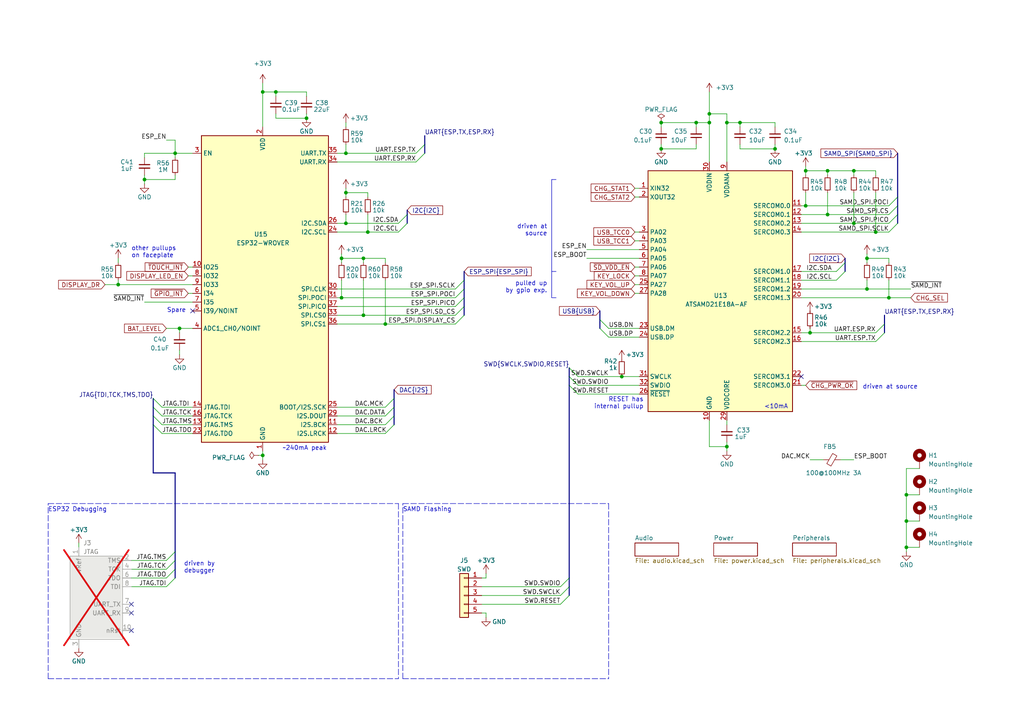
<source format=kicad_sch>
(kicad_sch (version 20230121) (generator eeschema)
  (paper "A4")
  (title_block (title "TANGARA") (date "2023-05-30") (rev "4") (company "made by jacqueline") (comment 1 "SPDX-License-Identifier: CERN-OHL-S-2.0"))
  (lib_symbols
    (symbol "Connector_Generic:Conn_01x05" (pin_names (offset 1.016) hide)
      (property "Reference" "J" (at 0 7.62 0))
      (property "Value" "Conn_01x05" (at 0 -7.62 0))
      (symbol "Conn_01x05_1_1"
        (rectangle (start -1.27 -4.953) (end 0 -5.207) (stroke (width 0.1524)))
        (rectangle (start -1.27 -2.413) (end 0 -2.667) (stroke (width 0.1524)))
        (rectangle (start -1.27 0.127) (end 0 -0.127) (stroke (width 0.1524)))
        (rectangle (start -1.27 2.667) (end 0 2.413) (stroke (width 0.1524)))
        (rectangle (start -1.27 5.207) (end 0 4.953) (stroke (width 0.1524)))
        (rectangle (start -1.27 6.35) (end 1.27 -6.35) (stroke (width 0.254)) (fill (type background)))
        (pin passive line (at -5.08 5.08 0) (length 3.81) (name "Pin_1") (number "1"))
        (pin passive line (at -5.08 2.54 0) (length 3.81) (name "Pin_2") (number "2"))
        (pin passive line (at -5.08 0 0) (length 3.81) (name "Pin_3") (number "3"))
        (pin passive line (at -5.08 -2.54 0) (length 3.81) (name "Pin_4") (number "4"))
        (pin passive line (at -5.08 -5.08 0) (length 3.81) (name "Pin_5") (number "5"))
      )
    )
    (symbol "Device:C_Small" (pin_numbers hide) (pin_names (offset 0.254) hide)
      (property "Reference" "C" (at 0.254 1.778 0))
      (property "Value" "C_Small" (at 0.254 -2.032 0))
      (symbol "C_Small_0_1"
        (polyline (pts (xy -1.524 -0.508) (xy 1.524 -0.508)) (stroke (width 0.3302)))
        (polyline (pts (xy -1.524 0.508) (xy 1.524 0.508)) (stroke (width 0.3048)))
      )
      (symbol "C_Small_1_1"
        (pin passive line (at 0 2.54 270) (length 2.032) (name "~") (number "1"))
        (pin passive line (at 0 -2.54 90) (length 2.032) (name "~") (number "2"))
      )
    )
    (symbol "Device:Ferrite_Bead_Small" (pin_numbers hide) (pin_names (offset 0))
      (property "Reference" "FB" (at 1.905 1.27 0))
      (property "Value" "Device_Ferrite_Bead_Small" (at 1.905 -1.27 0))
      (symbol "Ferrite_Bead_Small_0_1"
        (polyline (pts (xy 0 -1.27) (xy 0 -0.7874)))
        (polyline (pts (xy 0 0.889) (xy 0 1.2954)))
        (polyline (pts (xy -1.8288 0.2794) (xy -1.1176 1.4986) (xy 1.8288 -0.2032) (xy 1.1176 -1.4224) (xy -1.8288 0.2794)))
      )
      (symbol "Ferrite_Bead_Small_1_1"
        (pin passive line (at 0 2.54 270) (length 1.27) (name "~") (number "1"))
        (pin passive line (at 0 -2.54 90) (length 1.27) (name "~") (number "2"))
      )
    )
    (symbol "Device:R_Small" (pin_numbers hide) (pin_names (offset 0.254) hide)
      (property "Reference" "R" (at 0.762 0.508 0))
      (property "Value" "R_Small" (at 0.762 -1.016 0))
      (symbol "R_Small_0_1"
        (rectangle (start -0.762 1.778) (end 0.762 -1.778) (stroke (width 0.2032)))
      )
      (symbol "R_Small_1_1"
        (pin passive line (at 0 2.54 270) (length 0.762) (name "~") (number "1"))
        (pin passive line (at 0 -2.54 90) (length 0.762) (name "~") (number "2"))
      )
    )
    (symbol "Mechanical:MountingHole_Pad" (pin_numbers hide) (pin_names (offset 1.016) hide)
      (property "Reference" "H" (at 0 6.35 0))
      (property "Value" "MountingHole_Pad" (at 0 4.445 0))
      (symbol "MountingHole_Pad_0_1"
        (circle (center 0 1.27) (radius 1.27) (stroke (width 1.27)))
      )
      (symbol "MountingHole_Pad_1_1"
        (pin input line (at 0 -2.54 90) (length 2.54) (name "1") (number "1"))
      )
    )
    (symbol "power:+3V3" (power) (pin_names (offset 0))
      (property "Value" "+3V3" (at 0 3.556 0))
      (symbol "+3V3_0_1"
        (polyline (pts (xy -0.762 1.27) (xy 0 2.54)))
        (polyline (pts (xy 0 0) (xy 0 2.54)))
        (polyline (pts (xy 0 2.54) (xy 0.762 1.27)))
      )
      (symbol "+3V3_1_1"
        (pin power_in line (at 0 0 90) (length 0) hide (name "+3V3") (number "1"))
      )
    )
    (symbol "power:GND" (power) (pin_names (offset 0))
      (property "Value" "GND" (at 0 -3.81 0))
      (symbol "GND_0_1"
        (polyline (pts (xy 0 0) (xy 0 -1.27) (xy 1.27 -1.27) (xy 0 -2.54) (xy -1.27 -1.27) (xy 0 -1.27)))
      )
      (symbol "GND_1_1"
        (pin power_in line (at 0 0 270) (length 0) hide (name "GND") (number "1"))
      )
    )
    (symbol "power:PWR_FLAG" (power) (pin_numbers hide) (pin_names (offset 0) hide)
      (property "Value" "PWR_FLAG" (at 0 3.81 0))
      (symbol "PWR_FLAG_0_0"
        (pin power_out line (at 0 0 90) (length 0) (name "pwr") (number "1"))
      )
      (symbol "PWR_FLAG_0_1"
        (polyline (pts (xy 0 0) (xy 0 1.27) (xy -1.016 1.905) (xy 0 2.54) (xy 1.016 1.905) (xy 0 1.27)))
      )
    )
    (symbol "symbols:ATSAMD21E15A-A"
      (property "Reference" "U" (at 0 15.24 0))
      (property "Value" "ATSAMD21E15A-A" (at 0 10.16 0))
      (symbol "ATSAMD21E15A-A_1_1"
        (rectangle (start -20.32 45.72) (end 21.59 -24.13) (stroke (width 0.254)) (fill (type background)))
        (pin bidirectional line (at -22.86 40.64 0) (length 2.54) (name "XIN32") (number "1"))
        (pin power_in line (at -2.54 -26.67 90) (length 2.54) (name "GND") (number "10"))
        (pin bidirectional line (at 24.13 35.56 180) (length 2.54) (name "SERCOM0.0") (number "11"))
        (pin bidirectional line (at 24.13 33.02 180) (length 2.54) (name "SERCOM0.1") (number "12"))
        (pin bidirectional line (at 24.13 30.48 180) (length 2.54) (name "SERCOM0.2") (number "13"))
        (pin bidirectional line (at 24.13 27.94 180) (length 2.54) (name "SERCOM0.3") (number "14"))
        (pin bidirectional line (at 24.13 -1.27 180) (length 2.54) (name "SERCOM2.2") (number "15"))
        (pin bidirectional line (at 24.13 -3.81 180) (length 2.54) (name "SERCOM2.3") (number "16"))
        (pin bidirectional line (at 24.13 16.51 180) (length 2.54) (name "SERCOM1.0") (number "17"))
        (pin bidirectional line (at 24.13 13.97 180) (length 2.54) (name "SERCOM1.1") (number "18"))
        (pin bidirectional line (at 24.13 11.43 180) (length 2.54) (name "SERCOM1.2") (number "19"))
        (pin bidirectional line (at -22.86 38.1 0) (length 2.54) (name "XOUT32") (number "2"))
        (pin bidirectional line (at 24.13 8.89 180) (length 2.54) (name "SERCOM1.3") (number "20"))
        (pin bidirectional line (at 24.13 -16.51 180) (length 2.54) (name "SERCOM3.0") (number "21"))
        (pin bidirectional line (at 24.13 -13.97 180) (length 2.54) (name "SERCOM3.1") (number "22"))
        (pin bidirectional line (at -22.86 0 0) (length 2.54) (name "USB.DM") (number "23"))
        (pin bidirectional line (at -22.86 -2.54 0) (length 2.54) (name "USB.DP") (number "24"))
        (pin bidirectional line (at -22.86 12.7 0) (length 2.54) (name "PA27") (number "25"))
        (pin input line (at -22.86 -19.05 0) (length 2.54) (name "~{RESET}") (number "26"))
        (pin bidirectional line (at -22.86 10.16 0) (length 2.54) (name "PA28") (number "27"))
        (pin power_in line (at -2.54 -26.67 90) (length 2.54) hide (name "GND") (number "28"))
        (pin power_out line (at 2.54 -26.67 90) (length 2.54) (name "VDDCORE") (number "29"))
        (pin bidirectional line (at -22.86 27.94 0) (length 2.54) (name "PA02") (number "3"))
        (pin power_in line (at -2.54 48.26 270) (length 2.54) (name "VDDIN") (number "30"))
        (pin bidirectional line (at -22.86 -13.97 0) (length 2.54) (name "SWCLK") (number "31"))
        (pin bidirectional line (at -22.86 -16.51 0) (length 2.54) (name "SWDIO") (number "32"))
        (pin bidirectional line (at -22.86 25.4 0) (length 2.54) (name "PA03") (number "4"))
        (pin bidirectional line (at -22.86 22.86 0) (length 2.54) (name "PA04") (number "5"))
        (pin bidirectional line (at -22.86 20.32 0) (length 2.54) (name "PA05") (number "6"))
        (pin bidirectional line (at -22.86 17.78 0) (length 2.54) (name "PA06") (number "7"))
        (pin bidirectional line (at -22.86 15.24 0) (length 2.54) (name "PA07") (number "8"))
        (pin power_in line (at 2.54 48.26 270) (length 2.54) (name "VDDANA") (number "9"))
      )
    )
    (symbol "symbols:BMDU"
      (property "Reference" "U" (at -5.08 6.35 0))
      (property "Value" "BMDU" (at -5.08 6.35 0))
      (symbol "BMDU_0_0"
        (pin power_in line (at -5.08 20.32 270) (length 2.54) (name "vRef") (number "1"))
        (pin output line (at 10.16 -3.81 180) (length 2.54) (name "nRst") (number "10"))
        (pin output line (at 10.16 16.51 180) (length 2.54) (name "TMS") (number "2"))
        (pin power_in line (at -5.08 -8.89 90) (length 2.54) (name "GND") (number "3"))
        (pin output line (at 10.16 13.97 180) (length 2.54) (name "TCK") (number "4"))
        (pin power_in line (at -5.08 -8.89 90) (length 2.54) hide (name "GND") (number "5"))
        (pin output line (at 10.16 11.43 180) (length 2.54) (name "TDO") (number "6"))
        (pin output line (at 10.16 3.81 180) (length 2.54) (name "UART_TX") (number "7"))
        (pin input line (at 10.16 8.89 180) (length 2.54) (name "TDI") (number "8"))
        (pin input line (at 10.16 1.27 180) (length 2.54) (name "UART_RX") (number "9"))
      )
      (symbol "BMDU_0_1"
        (rectangle (start -7.62 17.78) (end 7.62 -6.35) (fill (type background)))
      )
    )
    (symbol "symbols:ESP32-WROOM"
      (property "Reference" "U" (at -17.78 34.29 0))
      (property "Value" "ESP32-WROOM" (at -3.81 34.29 0))
      (symbol "ESP32-WROOM_0_1"
        (rectangle (start -17.78 33.02) (end 19.05 -55.88) (stroke (width 0.254)) (fill (type background)))
      )
      (symbol "ESP32-WROOM_1_1"
        (pin power_in line (at 0 -58.42 90) (length 2.54) (name "GND") (number "1"))
        (pin bidirectional line (at -20.32 -5.08 0) (length 2.54) (name "IO25") (number "10"))
        (pin bidirectional line (at 21.59 -50.8 180) (length 2.54) (name "I2S.BCK") (number "11"))
        (pin bidirectional line (at 21.59 -53.34 180) (length 2.54) (name "I2S.LRCK") (number "12"))
        (pin bidirectional line (at -20.32 -50.8 0) (length 2.54) (name "JTAG.TMS") (number "13"))
        (pin bidirectional line (at -20.32 -45.72 0) (length 2.54) (name "JTAG.TDI") (number "14"))
        (pin power_in line (at 0 -58.42 90) (length 2.54) hide (name "GND") (number "15"))
        (pin bidirectional line (at -20.32 -48.26 0) (length 2.54) (name "JTAG.TCK") (number "16"))
        (pin no_connect line (at -17.78 16.51 0) (length 2.54) hide (name "SHD/SD2") (number "17"))
        (pin no_connect line (at -17.78 13.97 0) (length 2.54) hide (name "SWP/SD3") (number "18"))
        (pin no_connect line (at -17.78 8.89 0) (length 2.54) hide (name "SCS/CMD") (number "19"))
        (pin power_in line (at 0 35.56 270) (length 2.54) (name "VDD") (number "2"))
        (pin no_connect line (at -17.78 11.43 0) (length 2.54) hide (name "SCK/CLK") (number "20"))
        (pin no_connect line (at -17.78 21.59 0) (length 2.54) hide (name "SDO/SD0") (number "21"))
        (pin no_connect line (at -17.78 19.05 0) (length 2.54) hide (name "SDI/SD1") (number "22"))
        (pin bidirectional line (at -20.32 -53.34 0) (length 2.54) (name "JTAG.TDO") (number "23"))
        (pin bidirectional line (at 21.59 5.08 180) (length 2.54) (name "I2C.SCL") (number "24"))
        (pin bidirectional line (at 21.59 -45.72 180) (length 2.54) (name "BOOT/I2S.SCK") (number "25"))
        (pin bidirectional line (at 21.59 7.62 180) (length 2.54) (name "I2C.SDA") (number "26"))
        (pin no_connect line (at -17.78 6.35 0) (length 2.54) hide (name "IO16") (number "27"))
        (pin no_connect line (at -17.78 3.81 0) (length 2.54) hide (name "IO17") (number "28"))
        (pin bidirectional line (at 21.59 -48.26 180) (length 2.54) (name "I2S.DOUT") (number "29"))
        (pin input line (at -20.32 27.94 0) (length 2.54) (name "EN") (number "3"))
        (pin bidirectional line (at 21.59 -11.43 180) (length 2.54) (name "SPI.CLK") (number "30"))
        (pin bidirectional line (at 21.59 -13.97 180) (length 2.54) (name "SPI.POCI") (number "31"))
        (pin no_connect line (at -17.78 1.27 0) (length 2.54) hide (name "NC") (number "32"))
        (pin bidirectional line (at 21.59 -19.05 180) (length 2.54) (name "SPI.CS0") (number "33"))
        (pin bidirectional line (at 21.59 25.4 180) (length 2.54) (name "UART.RX") (number "34"))
        (pin bidirectional line (at 21.59 27.94 180) (length 2.54) (name "UART.TX") (number "35"))
        (pin bidirectional line (at 21.59 -21.59 180) (length 2.54) (name "SPI.CS1") (number "36"))
        (pin bidirectional line (at 21.59 -16.51 180) (length 2.54) (name "SPI.PICO") (number "37"))
        (pin power_in line (at 0 -58.42 90) (length 2.54) hide (name "GND") (number "38"))
        (pin power_in line (at 0 -58.42 90) (length 2.54) hide (name "GND") (number "39"))
        (pin input line (at -20.32 -22.86 0) (length 2.54) (name "ADC1_CH0/NOINT") (number "4"))
        (pin input line (at -20.32 -17.78 0) (length 2.54) (name "I39/NOINT") (number "5"))
        (pin input line (at -20.32 -12.7 0) (length 2.54) (name "I34") (number "6"))
        (pin input line (at -20.32 -15.24 0) (length 2.54) (name "I35") (number "7"))
        (pin bidirectional line (at -20.32 -7.62 0) (length 2.54) (name "IO32") (number "8"))
        (pin bidirectional line (at -20.32 -10.16 0) (length 2.54) (name "IO33") (number "9"))
      )
    )
  )
  (bus_alias "ESP_SPI" (members "SCLK" "POCI" "PICO" "SD_CS" "DISPLAY_CS"))
  (bus_alias "USB" (members "DN" "DP"))
  (bus_alias "I2C" (members "SDA" "SCL"))
  (bus_alias "SAMD_SPI" (members "SCLK" "POCI" "PICO" "CS"))
  (bus_alias "I2S" (members "MCK" "BCK" "LRCK" "DATA"))
  (junction (at 247.65 64.77))
  (junction (at 88.9 34.29))
  (junction (at 251.46 83.82))
  (junction (at 233.68 59.69))
  (junction (at 247.65 49.53))
  (junction (at 254 67.31))
  (junction (at 191.77 35.56))
  (junction (at 100.33 44.45))
  (junction (at 100.33 55.88))
  (junction (at 205.74 33.02))
  (junction (at 99.06 86.36))
  (junction (at 111.76 93.98))
  (junction (at 233.68 49.53))
  (junction (at 34.29 82.55))
  (junction (at 210.82 35.56))
  (junction (at 105.41 91.44))
  (junction (at 100.33 64.77))
  (junction (at 224.79 43.18))
  (junction (at 106.68 67.31))
  (junction (at 105.41 74.93))
  (junction (at 52.07 95.25))
  (junction (at 180.34 109.22))
  (junction (at 41.91 52.07))
  (junction (at 240.03 62.23))
  (junction (at 201.93 35.56))
  (junction (at 80.01 26.67))
  (junction (at 50.8 44.45))
  (junction (at 262.89 143.51))
  (junction (at 214.63 35.56))
  (junction (at 205.74 35.56))
  (junction (at 251.46 74.93))
  (junction (at 240.03 49.53))
  (junction (at 191.77 43.18))
  (junction (at 234.95 96.52))
  (junction (at 76.2 26.67))
  (junction (at 262.89 158.75))
  (junction (at 257.81 86.36))
  (junction (at 76.2 132.08))
  (junction (at 262.89 151.13))
  (junction (at 99.06 74.93))
  (junction (at 210.82 129.54))
  (no_connect (at 55.88 90.17))
  (no_connect (at 38.1 182.88))
  (no_connect (at 232.41 109.22))
  (no_connect (at 38.1 175.26))
  (no_connect (at 38.1 177.8))
  (bus_entry (at 114.3 115.57) (size -2.54 2.54))
  (bus_entry (at 165.1 106.68) (size 2.54 2.54))
  (bus_entry (at 165.1 109.22) (size 2.54 2.54))
  (bus_entry (at 165.1 111.76) (size 2.54 2.54))
  (bus_entry (at 44.45 123.19) (size 2.54 2.54))
  (bus_entry (at 44.45 115.57) (size 2.54 2.54))
  (bus_entry (at 44.45 118.11) (size 2.54 2.54))
  (bus_entry (at 44.45 120.65) (size 2.54 2.54))
  (bus_entry (at 257.81 64.77) (size 2.54 -2.54))
  (bus_entry (at 257.81 62.23) (size 2.54 -2.54))
  (bus_entry (at 257.81 59.69) (size 2.54 -2.54))
  (bus_entry (at 162.56 170.18) (size 2.54 -2.54))
  (bus_entry (at 132.08 86.36) (size 2.54 -2.54))
  (bus_entry (at 132.08 83.82) (size 2.54 -2.54))
  (bus_entry (at 132.08 88.9) (size 2.54 -2.54))
  (bus_entry (at 132.08 93.98) (size 2.54 -2.54))
  (bus_entry (at 132.08 91.44) (size 2.54 -2.54))
  (bus_entry (at 120.65 46.99) (size 2.54 -2.54))
  (bus_entry (at 120.65 44.45) (size 2.54 -2.54))
  (bus_entry (at 48.26 165.1) (size 2.54 -2.54))
  (bus_entry (at 48.26 167.64) (size 2.54 -2.54))
  (bus_entry (at 48.26 162.56) (size 2.54 -2.54))
  (bus_entry (at 48.26 170.18) (size 2.54 -2.54))
  (bus_entry (at 162.56 175.26) (size 2.54 -2.54))
  (bus_entry (at 242.57 78.74) (size 2.54 -2.54))
  (bus_entry (at 257.81 67.31) (size 2.54 -2.54))
  (bus_entry (at 111.76 120.65) (size 2.54 -2.54))
  (bus_entry (at 111.76 125.73) (size 2.54 -2.54))
  (bus_entry (at 111.76 123.19) (size 2.54 -2.54))
  (bus_entry (at 242.57 81.28) (size 2.54 -2.54))
  (bus_entry (at 115.57 64.77) (size 2.54 -2.54))
  (bus_entry (at 115.57 67.31) (size 2.54 -2.54))
  (bus_entry (at 254 96.52) (size 2.54 -2.54))
  (bus_entry (at 254 99.06) (size 2.54 -2.54))
  (bus_entry (at 162.56 172.72) (size 2.54 -2.54))
  (bus_entry (at 173.99 95.25) (size 2.54 2.54))
  (bus_entry (at 173.99 92.71) (size 2.54 2.54))
  (bus (pts (xy 44.45 115.57) (xy 44.45 118.11)))
  (wire (pts (xy 257.81 81.28) (xy 257.81 86.36)))
  (wire (pts (xy 205.74 129.54) (xy 210.82 129.54)))
  (wire (pts (xy 232.41 81.28) (xy 242.57 81.28)))
  (bus (pts (xy 260.35 62.23) (xy 260.35 64.77)))
  (wire (pts (xy 99.06 81.28) (xy 99.06 86.36)))
  (wire (pts (xy 251.46 74.93) (xy 257.81 74.93)))
  (wire (pts (xy 50.8 50.8) (xy 50.8 52.07)))
  (wire (pts (xy 257.81 62.23) (xy 240.03 62.23)))
  (wire (pts (xy 214.63 43.18) (xy 214.63 41.91)))
  (wire (pts (xy 262.89 143.51) (xy 262.89 151.13)))
  (bus (pts (xy 114.3 115.57) (xy 114.3 118.11)))
  (wire (pts (xy 184.15 85.09) (xy 185.42 85.09)))
  (wire (pts (xy 105.41 74.93) (xy 111.76 74.93)))
  (polyline (pts (xy 161.29 52.07) (xy 160.02 52.07)))
  (wire (pts (xy 48.26 95.25) (xy 52.07 95.25)))
  (wire (pts (xy 247.65 49.53) (xy 254 49.53)))
  (polyline (pts (xy 160.02 52.07) (xy 160.02 78.74)))
  (wire (pts (xy 111.76 74.93) (xy 111.76 76.2)))
  (wire (pts (xy 180.34 109.22) (xy 185.42 109.22)))
  (wire (pts (xy 30.48 82.55) (xy 34.29 82.55)))
  (polyline (pts (xy 176.53 146.05) (xy 176.53 196.85)) (stroke (width 0) (type dash)))
  (wire (pts (xy 99.06 86.36) (xy 132.08 86.36)))
  (wire (pts (xy 176.53 97.79) (xy 185.42 97.79)))
  (bus (pts (xy 50.8 160.02) (xy 50.8 162.56)))
  (wire (pts (xy 234.95 95.25) (xy 234.95 96.52)))
  (wire (pts (xy 224.79 35.56) (xy 224.79 36.83)))
  (wire (pts (xy 139.7 172.72) (xy 162.56 172.72)))
  (wire (pts (xy 97.79 83.82) (xy 132.08 83.82)))
  (wire (pts (xy 74.93 132.08) (xy 76.2 132.08)))
  (wire (pts (xy 266.7 135.89) (xy 262.89 135.89)))
  (wire (pts (xy 167.64 109.22) (xy 180.34 109.22)))
  (wire (pts (xy 76.2 26.67) (xy 80.01 26.67)))
  (wire (pts (xy 52.07 96.52) (xy 52.07 95.25)))
  (bus (pts (xy 173.99 90.17) (xy 173.99 92.71)))
  (wire (pts (xy 41.91 52.07) (xy 50.8 52.07)))
  (wire (pts (xy 140.97 166.37) (xy 140.97 167.64)))
  (bus (pts (xy 114.3 118.11) (xy 114.3 120.65)))
  (bus (pts (xy 165.1 106.68) (xy 165.1 109.22)))
  (bus (pts (xy 123.19 41.91) (xy 123.19 44.45)))
  (wire (pts (xy 232.41 86.36) (xy 257.81 86.36)))
  (wire (pts (xy 201.93 35.56) (xy 191.77 35.56)))
  (wire (pts (xy 184.15 67.31) (xy 185.42 67.31)))
  (wire (pts (xy 41.91 50.8) (xy 41.91 52.07)))
  (wire (pts (xy 184.15 57.15) (xy 185.42 57.15)))
  (wire (pts (xy 251.46 74.93) (xy 251.46 76.2)))
  (polyline (pts (xy 116.84 146.05) (xy 176.53 146.05)) (stroke (width 0) (type dash)))
  (wire (pts (xy 48.26 40.64) (xy 50.8 40.64)))
  (wire (pts (xy 234.95 133.35) (xy 238.76 133.35)))
  (wire (pts (xy 176.53 95.25) (xy 185.42 95.25)))
  (wire (pts (xy 76.2 26.67) (xy 76.2 36.83)))
  (wire (pts (xy 205.74 33.02) (xy 205.74 35.56)))
  (wire (pts (xy 105.41 81.28) (xy 105.41 91.44)))
  (wire (pts (xy 184.15 54.61) (xy 185.42 54.61)))
  (wire (pts (xy 140.97 179.07) (xy 140.97 177.8)))
  (wire (pts (xy 247.65 55.88) (xy 247.65 64.77)))
  (wire (pts (xy 240.03 50.8) (xy 240.03 49.53)))
  (wire (pts (xy 184.15 77.47) (xy 185.42 77.47)))
  (wire (pts (xy 184.15 80.01) (xy 185.42 80.01)))
  (wire (pts (xy 262.89 158.75) (xy 262.89 160.02)))
  (wire (pts (xy 210.82 35.56) (xy 210.82 46.99)))
  (wire (pts (xy 257.81 86.36) (xy 264.16 86.36)))
  (wire (pts (xy 46.99 120.65) (xy 55.88 120.65)))
  (wire (pts (xy 232.41 83.82) (xy 251.46 83.82)))
  (bus (pts (xy 245.11 76.2) (xy 245.11 78.74)))
  (wire (pts (xy 233.68 55.88) (xy 233.68 59.69)))
  (wire (pts (xy 232.41 78.74) (xy 242.57 78.74)))
  (polyline (pts (xy 160.02 78.74) (xy 160.02 86.36)))
  (wire (pts (xy 257.81 59.69) (xy 233.68 59.69)))
  (wire (pts (xy 243.84 133.35) (xy 247.65 133.35)))
  (wire (pts (xy 22.86 157.48) (xy 22.86 158.75)))
  (wire (pts (xy 80.01 26.67) (xy 88.9 26.67)))
  (wire (pts (xy 139.7 175.26) (xy 162.56 175.26)))
  (wire (pts (xy 76.2 24.13) (xy 76.2 26.67)))
  (bus (pts (xy 165.1 109.22) (xy 165.1 111.76)))
  (bus (pts (xy 165.1 170.18) (xy 165.1 172.72)))
  (wire (pts (xy 46.99 118.11) (xy 55.88 118.11)))
  (wire (pts (xy 34.29 74.93) (xy 34.29 76.2)))
  (polyline (pts (xy 13.97 196.85) (xy 13.97 146.05)) (stroke (width 0) (type dash)))
  (wire (pts (xy 99.06 74.93) (xy 105.41 74.93)))
  (polyline (pts (xy 160.02 78.74) (xy 161.29 78.74)))
  (wire (pts (xy 46.99 123.19) (xy 55.88 123.19)))
  (wire (pts (xy 201.93 35.56) (xy 201.93 36.83)))
  (wire (pts (xy 80.01 33.02) (xy 80.01 34.29)))
  (wire (pts (xy 247.65 64.77) (xy 257.81 64.77)))
  (wire (pts (xy 80.01 34.29) (xy 88.9 34.29)))
  (wire (pts (xy 184.15 82.55) (xy 185.42 82.55)))
  (wire (pts (xy 247.65 50.8) (xy 247.65 49.53)))
  (wire (pts (xy 88.9 26.67) (xy 88.9 27.94)))
  (wire (pts (xy 191.77 35.56) (xy 191.77 36.83)))
  (bus (pts (xy 134.62 88.9) (xy 134.62 86.36)))
  (wire (pts (xy 97.79 67.31) (xy 106.68 67.31)))
  (wire (pts (xy 97.79 125.73) (xy 111.76 125.73)))
  (wire (pts (xy 232.41 96.52) (xy 234.95 96.52)))
  (wire (pts (xy 100.33 62.23) (xy 100.33 64.77)))
  (wire (pts (xy 214.63 43.18) (xy 224.79 43.18)))
  (bus (pts (xy 114.3 120.65) (xy 114.3 123.19)))
  (wire (pts (xy 167.64 111.76) (xy 185.42 111.76)))
  (bus (pts (xy 165.1 111.76) (xy 165.1 167.64)))
  (polyline (pts (xy 160.02 86.36) (xy 161.29 86.36)))
  (wire (pts (xy 170.18 72.39) (xy 185.42 72.39)))
  (wire (pts (xy 38.1 165.1) (xy 48.26 165.1)))
  (bus (pts (xy 44.45 120.65) (xy 44.45 123.19)))
  (wire (pts (xy 46.99 125.73) (xy 55.88 125.73)))
  (wire (pts (xy 100.33 41.91) (xy 100.33 44.45)))
  (wire (pts (xy 111.76 81.28) (xy 111.76 93.98)))
  (wire (pts (xy 254 55.88) (xy 254 67.31)))
  (wire (pts (xy 254 49.53) (xy 254 50.8)))
  (wire (pts (xy 97.79 64.77) (xy 100.33 64.77)))
  (wire (pts (xy 210.82 33.02) (xy 210.82 35.56)))
  (wire (pts (xy 97.79 88.9) (xy 132.08 88.9)))
  (bus (pts (xy 173.99 92.71) (xy 173.99 95.25)))
  (wire (pts (xy 233.68 48.26) (xy 233.68 49.53)))
  (polyline (pts (xy 116.84 196.85) (xy 116.84 146.05)) (stroke (width 0) (type dash)))
  (wire (pts (xy 167.64 114.3) (xy 185.42 114.3)))
  (wire (pts (xy 38.1 167.64) (xy 48.26 167.64)))
  (wire (pts (xy 99.06 74.93) (xy 99.06 76.2)))
  (wire (pts (xy 210.82 128.27) (xy 210.82 129.54)))
  (wire (pts (xy 38.1 170.18) (xy 48.26 170.18)))
  (wire (pts (xy 233.68 59.69) (xy 232.41 59.69)))
  (wire (pts (xy 262.89 135.89) (xy 262.89 143.51)))
  (bus (pts (xy 44.45 137.16) (xy 50.8 137.16)))
  (wire (pts (xy 232.41 62.23) (xy 240.03 62.23)))
  (wire (pts (xy 100.33 35.56) (xy 100.33 36.83)))
  (polyline (pts (xy 116.84 196.85) (xy 176.53 196.85)) (stroke (width 0) (type dash)))
  (wire (pts (xy 139.7 170.18) (xy 162.56 170.18)))
  (wire (pts (xy 54.61 77.47) (xy 55.88 77.47)))
  (wire (pts (xy 105.41 91.44) (xy 132.08 91.44)))
  (wire (pts (xy 232.41 67.31) (xy 254 67.31)))
  (wire (pts (xy 97.79 44.45) (xy 100.33 44.45)))
  (wire (pts (xy 100.33 64.77) (xy 115.57 64.77)))
  (wire (pts (xy 224.79 41.91) (xy 224.79 43.18)))
  (wire (pts (xy 205.74 33.02) (xy 210.82 33.02)))
  (wire (pts (xy 251.46 73.66) (xy 251.46 74.93)))
  (wire (pts (xy 240.03 55.88) (xy 240.03 62.23)))
  (wire (pts (xy 76.2 132.08) (xy 76.2 130.81)))
  (wire (pts (xy 205.74 26.67) (xy 205.74 33.02)))
  (wire (pts (xy 76.2 133.35) (xy 76.2 132.08)))
  (wire (pts (xy 38.1 162.56) (xy 48.26 162.56)))
  (wire (pts (xy 232.41 64.77) (xy 247.65 64.77)))
  (wire (pts (xy 232.41 99.06) (xy 254 99.06)))
  (bus (pts (xy 134.62 78.74) (xy 134.62 81.28)))
  (wire (pts (xy 41.91 52.07) (xy 41.91 53.34)))
  (wire (pts (xy 191.77 41.91) (xy 191.77 43.18)))
  (bus (pts (xy 134.62 91.44) (xy 134.62 88.9)))
  (wire (pts (xy 262.89 151.13) (xy 262.89 158.75)))
  (bus (pts (xy 134.62 86.36) (xy 134.62 83.82)))
  (wire (pts (xy 240.03 49.53) (xy 247.65 49.53)))
  (bus (pts (xy 118.11 62.23) (xy 118.11 64.77)))
  (wire (pts (xy 41.91 44.45) (xy 50.8 44.45)))
  (bus (pts (xy 123.19 39.37) (xy 123.19 41.91)))
  (wire (pts (xy 233.68 50.8) (xy 233.68 49.53)))
  (wire (pts (xy 34.29 81.28) (xy 34.29 82.55)))
  (wire (pts (xy 105.41 74.93) (xy 105.41 76.2)))
  (wire (pts (xy 100.33 44.45) (xy 120.65 44.45)))
  (wire (pts (xy 251.46 83.82) (xy 264.16 83.82)))
  (wire (pts (xy 100.33 57.15) (xy 100.33 55.88)))
  (wire (pts (xy 205.74 121.92) (xy 205.74 129.54)))
  (wire (pts (xy 111.76 93.98) (xy 132.08 93.98)))
  (wire (pts (xy 170.18 74.93) (xy 185.42 74.93)))
  (wire (pts (xy 41.91 45.72) (xy 41.91 44.45)))
  (polyline (pts (xy 13.97 146.05) (xy 115.57 146.05)) (stroke (width 0) (type dash)))
  (wire (pts (xy 34.29 82.55) (xy 55.88 82.55)))
  (wire (pts (xy 97.79 118.11) (xy 111.76 118.11)))
  (bus (pts (xy 134.62 83.82) (xy 134.62 81.28)))
  (wire (pts (xy 97.79 120.65) (xy 111.76 120.65)))
  (wire (pts (xy 106.68 62.23) (xy 106.68 67.31)))
  (wire (pts (xy 54.61 80.01) (xy 55.88 80.01)))
  (wire (pts (xy 205.74 35.56) (xy 205.74 46.99)))
  (wire (pts (xy 210.82 35.56) (xy 214.63 35.56)))
  (bus (pts (xy 256.54 93.98) (xy 256.54 96.52)))
  (bus (pts (xy 50.8 137.16) (xy 50.8 160.02)))
  (wire (pts (xy 97.79 93.98) (xy 111.76 93.98)))
  (bus (pts (xy 50.8 162.56) (xy 50.8 165.1)))
  (wire (pts (xy 262.89 151.13) (xy 266.7 151.13)))
  (wire (pts (xy 100.33 54.61) (xy 100.33 55.88)))
  (wire (pts (xy 214.63 35.56) (xy 224.79 35.56)))
  (wire (pts (xy 257.81 74.93) (xy 257.81 76.2)))
  (wire (pts (xy 262.89 158.75) (xy 266.7 158.75)))
  (wire (pts (xy 100.33 55.88) (xy 106.68 55.88)))
  (wire (pts (xy 52.07 95.25) (xy 55.88 95.25)))
  (bus (pts (xy 118.11 60.96) (xy 118.11 62.23)))
  (wire (pts (xy 140.97 177.8) (xy 139.7 177.8)))
  (bus (pts (xy 260.35 57.15) (xy 260.35 59.69)))
  (wire (pts (xy 201.93 43.18) (xy 201.93 41.91)))
  (wire (pts (xy 140.97 167.64) (xy 139.7 167.64)))
  (bus (pts (xy 44.45 118.11) (xy 44.45 120.65)))
  (wire (pts (xy 106.68 67.31) (xy 115.57 67.31)))
  (wire (pts (xy 80.01 26.67) (xy 80.01 27.94)))
  (bus (pts (xy 114.3 113.03) (xy 114.3 115.57)))
  (wire (pts (xy 50.8 44.45) (xy 55.88 44.45)))
  (bus (pts (xy 260.35 59.69) (xy 260.35 62.23)))
  (bus (pts (xy 44.45 123.19) (xy 44.45 137.16)))
  (wire (pts (xy 205.74 35.56) (xy 201.93 35.56)))
  (wire (pts (xy 210.82 123.19) (xy 210.82 121.92)))
  (wire (pts (xy 88.9 34.29) (xy 88.9 33.02)))
  (wire (pts (xy 251.46 81.28) (xy 251.46 83.82)))
  (wire (pts (xy 50.8 45.72) (xy 50.8 44.45)))
  (wire (pts (xy 210.82 129.54) (xy 210.82 130.81)))
  (wire (pts (xy 97.79 46.99) (xy 120.65 46.99)))
  (wire (pts (xy 214.63 35.56) (xy 214.63 36.83)))
  (bus (pts (xy 245.11 74.93) (xy 245.11 76.2)))
  (wire (pts (xy 233.68 49.53) (xy 240.03 49.53)))
  (wire (pts (xy 97.79 123.19) (xy 111.76 123.19)))
  (polyline (pts (xy 13.97 196.85) (xy 115.57 196.85)) (stroke (width 0) (type dash)))
  (wire (pts (xy 97.79 91.44) (xy 105.41 91.44)))
  (wire (pts (xy 254 67.31) (xy 257.81 67.31)))
  (wire (pts (xy 54.61 85.09) (xy 55.88 85.09)))
  (wire (pts (xy 201.93 43.18) (xy 191.77 43.18)))
  (wire (pts (xy 262.89 143.51) (xy 266.7 143.51)))
  (wire (pts (xy 52.07 102.87) (xy 52.07 101.6)))
  (polyline (pts (xy 115.57 146.05) (xy 115.57 196.85)) (stroke (width 0) (type dash)))
  (wire (pts (xy 97.79 86.36) (xy 99.06 86.36)))
  (bus (pts (xy 165.1 167.64) (xy 165.1 170.18)))
  (wire (pts (xy 41.91 87.63) (xy 55.88 87.63)))
  (wire (pts (xy 184.15 69.85) (xy 185.42 69.85)))
  (bus (pts (xy 260.35 44.45) (xy 260.35 57.15)))
  (wire (pts (xy 234.95 96.52) (xy 254 96.52)))
  (wire (pts (xy 99.06 73.66) (xy 99.06 74.93)))
  (wire (pts (xy 233.68 111.76) (xy 232.41 111.76)))
  (bus (pts (xy 50.8 165.1) (xy 50.8 167.64)))
  (wire (pts (xy 50.8 44.45) (xy 50.8 40.64)))
  (wire (pts (xy 106.68 55.88) (xy 106.68 57.15)))
  (bus (pts (xy 256.54 91.44) (xy 256.54 93.98)))
  (text "<10mA" (at 221.615 118.745 0) (effects (font (size 1.27 1.27)) (justify left bottom)))
  (text "driven by\ndebugger" (at 53.34 166.37 0) (effects (font (size 1.27 1.27)) (justify left bottom)))
  (text "~240mA peak" (at 81.915 130.81 0) (effects (font (size 1.27 1.27)) (justify left bottom)))
  (text "Spare" (at 53.975 90.805 0) (effects (font (size 1.27 1.27)) (justify right bottom)))
  (text "RESET has\ninternal pullup" (at 186.69 118.745 0) (effects (font (size 1.27 1.27)) (justify right bottom)))
  (text "SAMD Flashing" (at 116.84 148.59 0) (effects (font (size 1.27 1.27)) (justify left bottom)))
  (text "driven at\nsource" (at 158.75 68.58 0) (effects (font (size 1.27 1.27)) (justify right bottom)))
  (text "ESP32 Debugging" (at 13.97 148.59 0) (effects (font (size 1.27 1.27)) (justify left bottom)))
  (text "other pullups\non faceplate" (at 38.1 74.93 0) (effects (font (size 1.27 1.27)) (justify left bottom)))
  (text "driven at source" (at 250.19 113.03 0) (effects (font (size 1.27 1.27)) (justify left bottom)))
  (text "pulled up\nby gpio exp." (at 158.75 85.09 0) (effects (font (size 1.27 1.27)) (justify right bottom)))
  (label "~{SAMD_INT}" (at 264.16 83.82 0))
  (label "UART.ESP.TX" (at 120.65 44.45 180))
  (label "DAC.BCK" (at 102.87 123.19 0))
  (label "JTAG.TCK" (at 48.26 165.1 180))
  (label "UART{ESP.TX,ESP.RX}" (at 256.54 91.44 0))
  (label "ESP_BOOT" (at 170.18 74.93 180))
  (label "ESP_SPI.DISPLAY_CS" (at 132.08 93.98 180))
  (label "SAMD_SPI.SCLK" (at 257.81 67.31 180))
  (label "I2C.SCL" (at 241.3 81.28 180))
  (label "DAC.MCK" (at 102.87 118.11 0))
  (label "I2C.SDA" (at 115.57 64.77 180))
  (label "SWD.SWCLK" (at 176.53 109.22 180))
  (label "ESP_SPI.SCLK" (at 132.08 83.82 180))
  (label "JTAG.TDO" (at 48.26 167.64 180))
  (label "JTAG.TCK" (at 46.99 120.65 0))
  (label "DAC.MCK" (at 234.95 133.35 180))
  (label "SAMD_SPI.PICO" (at 257.81 64.77 180))
  (label "SWD.RESET" (at 176.53 114.3 180))
  (label "SWD{SWCLK,SWDIO,RESET}" (at 165.1 106.68 180))
  (label "SWD.SWDIO" (at 176.53 111.76 180))
  (label "SWD.RESET" (at 162.56 175.26 180))
  (label "JTAG.TDO" (at 46.99 125.73 0))
  (label "I2C.SCL" (at 115.57 67.31 180))
  (label "ESP_SPI.POCI" (at 132.08 86.36 180))
  (label "SAMD_SPI.CS" (at 257.81 62.23 180))
  (label "UART{ESP.TX,ESP.RX}" (at 123.19 39.37 0))
  (label "ESP_EN" (at 170.18 72.39 180))
  (label "~{SAMD_INT}" (at 41.91 87.63 180))
  (label "JTAG{TDI,TCK,TMS,TDO}" (at 44.45 115.57 180))
  (label "ESP_SPI.PICO" (at 132.08 88.9 180))
  (label "DAC.DATA" (at 102.87 120.65 0))
  (label "UART.ESP.RX" (at 120.65 46.99 180))
  (label "JTAG.TDI" (at 48.26 170.18 180))
  (label "UART.ESP.TX" (at 254 99.06 180))
  (label "SWD.SWCLK" (at 162.56 172.72 180))
  (label "SWD.SWDIO" (at 162.56 170.18 180))
  (label "UART.ESP.RX" (at 254 96.52 180))
  (label "SAMD_SPI.POCI" (at 257.81 59.69 180))
  (label "USB.DN" (at 176.53 95.25 0))
  (label "USB.DP" (at 176.53 97.79 0))
  (label "ESP_EN" (at 48.26 40.64 180))
  (label "JTAG.TDI" (at 46.99 118.11 0))
  (label "JTAG.TMS" (at 48.26 162.56 180))
  (label "I2C.SDA" (at 241.3 78.74 180))
  (label "JTAG.TMS" (at 46.99 123.19 0))
  (label "DAC.LRCK" (at 102.87 125.73 0))
  (label "ESP_SPI.SD_CS" (at 132.08 91.44 180))
  (label "ESP_BOOT" (at 247.65 133.35 0))
  (global_label "~{GPIO_INT}" (shape input) (at 54.61 85.09 180) (property "Intersheetrefs" "${INTERSHEET_REFS}" (effects hide)))
  (global_label "BAT_LEVEL" (shape input) (at 48.26 95.25 180) (property "Intersheetrefs" "${INTERSHEET_REFS}" (effects hide)))
  (global_label "KEY_VOL_DOWN" (shape input) (at 184.15 85.09 180) (property "Intersheetrefs" "${INTERSHEET_REFS}" (effects hide)))
  (global_label "SAMD_SPI{SAMD_SPI}" (shape input) (at 260.35 44.45 180) (property "Intersheetrefs" "${INTERSHEET_REFS}" (effects hide)))
  (global_label "USB{USB}" (shape input) (at 173.99 90.17 180) (property "Intersheetrefs" "${INTERSHEET_REFS}" (effects hide)))
  (global_label "DISPLAY_LED_EN" (shape input) (at 54.61 80.01 180) (property "Intersheetrefs" "${INTERSHEET_REFS}" (effects hide)))
  (global_label "~{SD_VDD_EN}" (shape input) (at 184.15 77.47 180) (property "Intersheetrefs" "${INTERSHEET_REFS}" (effects hide)))
  (global_label "USB_TCC1" (shape input) (at 184.15 69.85 180) (property "Intersheetrefs" "${INTERSHEET_REFS}" (effects hide)))
  (global_label "I2C{I2C}" (shape input) (at 118.11 60.96 0) (property "Intersheetrefs" "${INTERSHEET_REFS}" (effects hide)))
  (global_label "KEY_VOL_UP" (shape input) (at 184.15 82.55 180) (property "Intersheetrefs" "${INTERSHEET_REFS}" (effects hide)))
  (global_label "DISPLAY_DR" (shape input) (at 30.48 82.55 180) (property "Intersheetrefs" "${INTERSHEET_REFS}" (effects hide)))
  (global_label "DAC{I2S}" (shape input) (at 114.3 113.03 0) (property "Intersheetrefs" "${INTERSHEET_REFS}" (effects hide)))
  (global_label "I2C{I2C}" (shape input) (at 245.11 74.93 180) (property "Intersheetrefs" "${INTERSHEET_REFS}" (effects hide)))
  (global_label "~{TOUCH_INT}" (shape input) (at 54.61 77.47 180) (property "Intersheetrefs" "${INTERSHEET_REFS}" (effects hide)))
  (global_label "USB_TCC0" (shape input) (at 184.15 67.31 180) (property "Intersheetrefs" "${INTERSHEET_REFS}" (effects hide)))
  (global_label "KEY_LOCK" (shape input) (at 184.15 80.01 180) (property "Intersheetrefs" "${INTERSHEET_REFS}" (effects hide)))
  (global_label "ESP_SPI{ESP_SPI}" (shape input) (at 134.62 78.74 0) (property "Intersheetrefs" "${INTERSHEET_REFS}" (effects hide)))
  (global_label "~{CHG_PWR_OK}" (shape input) (at 233.68 111.76 0) (property "Intersheetrefs" "${INTERSHEET_REFS}" (effects hide)))
  (global_label "CHG_STAT1" (shape input) (at 184.15 54.61 180) (property "Intersheetrefs" "${INTERSHEET_REFS}" (effects hide)))
  (global_label "CHG_SEL" (shape input) (at 264.16 86.36 0) (property "Intersheetrefs" "${INTERSHEET_REFS}" (effects hide)))
  (global_label "CHG_STAT2" (shape input) (at 184.15 57.15 180) (property "Intersheetrefs" "${INTERSHEET_REFS}" (effects hide)))
  (symbol (lib_id "Device:R_Small") (at 100.33 59.69 0) (unit 1)
    (property "Reference" "R21" (at 103.505 59.055 0))
    (property "Value" "10k" (at 103.505 60.96 0))
    (property "Footprint" "Resistor_SMD:R_0603_1608Metric" (effects hide))
    (property "MPN" "AC0603JR-0710KL" (effects hide))
  )
  (symbol (lib_id "power:PWR_FLAG") (at 74.93 132.08 90) (unit 1)
    (property "Reference" "#FLG0102" (effects hide))
    (property "Value" "PWR_FLAG" (at 71.12 132.715 90) (effects (justify left)))
  )
  (symbol (lib_id "power:+3V3") (at 22.86 157.48 0) (unit 1)
    (property "Reference" "#PWR0101" (effects hide))
    (property "Value" "+3V3" (at 22.86 153.67 0))
  )
  (symbol (lib_id "Device:R_Small") (at 240.03 53.34 0) (unit 1)
    (property "Reference" "R48" (at 243.84 52.705 0))
    (property "Value" "10k" (at 243.84 54.61 0))
    (property "Footprint" "Resistor_SMD:R_0603_1608Metric" (effects hide))
    (property "MPN" "AC0603JR-0710KL" (effects hide))
  )
  (symbol (lib_id "Mechanical:MountingHole_Pad") (at 266.7 156.21 0) (unit 1) (in_bom no)
    (property "Reference" "H4" (at 269.24 154.9399 0) (effects (justify left)))
    (property "Value" "MountingHole" (at 269.24 157.4799 0) (effects (justify left)))
    (property "Footprint" "MountingHole:MountingHole_2.2mm_M2_Pad_Via" (effects hide))
  )
  (symbol (lib_id "power:+3V3") (at 140.97 166.37 0) (unit 1)
    (property "Reference" "#PWR0115" (effects hide))
    (property "Value" "+3V3" (at 140.97 162.56 0))
  )
  (symbol (lib_id "power:GND") (at 262.89 160.02 0) (unit 1)
    (property "Reference" "#PWR054" (effects hide))
    (property "Value" "GND" (at 262.89 163.83 0))
  )
  (symbol (lib_id "symbols:ESP32-WROOM") (at 76.2 72.39 0) (unit 1)
    (property "Reference" "U15" (at 73.66 67.945 0) (effects (justify left)))
    (property "Value" "ESP32-WROVER" (at 68.58 70.485 0) (effects (justify left)))
    (property "Footprint" "footprints:ESP32-WROVER" (effects hide))
    (property "Datasheet" "https://www.espressif.com/sites/default/files/documentation/esp32-wroom-32d_esp32-wroom-32u_datasheet_en.pdf" (effects hide))
    (property "MPN" "ESP32-WROVER-E-N16R8" (effects hide))
  )
  (symbol (lib_id "Device:C_Small") (at 88.9 30.48 0) (unit 1)
    (property "Reference" "C38" (at 93.345 29.845 0))
    (property "Value" "22uF" (at 93.345 31.75 0))
    (property "Footprint" "Capacitor_SMD:C_1206_3216Metric" (effects hide))
    (property "MPN" "GRM319R61C226KE15D" (effects hide))
  )
  (symbol (lib_id "power:+3V3") (at 76.2 24.13 0) (unit 1)
    (property "Reference" "#PWR0108" (effects hide))
    (property "Value" "+3V3" (at 76.2 18.415 0))
  )
  (symbol (lib_id "power:GND") (at 210.82 130.81 0) (unit 1)
    (property "Reference" "#PWR0121" (effects hide))
    (property "Value" "GND" (at 210.82 134.62 0))
  )
  (symbol (lib_id "Device:C_Small") (at 41.91 48.26 0) (unit 1)
    (property "Reference" "C41" (at 36.83 46.99 0))
    (property "Value" "1uF" (at 36.83 48.895 0))
    (property "Footprint" "Capacitor_SMD:C_0805_2012Metric" (effects hide))
    (property "MPN" "GRM216R61C105KA88D" (effects hide))
  )
  (symbol (lib_id "power:GND") (at 22.86 187.96 0) (unit 1)
    (property "Reference" "#PWR0102" (effects hide))
    (property "Value" "GND" (at 22.86 191.77 0))
  )
  (symbol (lib_id "power:GND") (at 76.2 133.35 0) (unit 1)
    (property "Reference" "#PWR0109" (effects hide))
    (property "Value" "GND" (at 76.2 137.16 0))
  )
  (symbol (lib_id "power:+3V3") (at 234.95 90.17 0) (unit 1)
    (property "Reference" "#PWR0124" (effects hide))
    (property "Value" "+3V3" (at 238.76 88.9 0))
  )
  (symbol (lib_id "Device:R_Small") (at 99.06 78.74 0) (unit 1)
    (property "Reference" "R20" (at 102.235 78.105 0))
    (property "Value" "10k" (at 102.235 80.01 0))
    (property "Footprint" "Resistor_SMD:R_0603_1608Metric" (effects hide))
    (property "MPN" "AC0603JR-0710KL" (effects hide))
  )
  (symbol (lib_id "Device:C_Small") (at 201.93 39.37 0) (mirror x) (unit 1)
    (property "Reference" "C35" (at 199.39 38.1 0) (effects (justify right)))
    (property "Value" "10uF" (at 199.39 40.64 0) (effects (justify right)))
    (property "Footprint" "Capacitor_SMD:C_0805_2012Metric" (effects hide))
    (property "MPN" "GRM21BR61C106KE15K" (effects hide))
  )
  (symbol (lib_id "Device:C_Small") (at 224.79 39.37 0) (unit 1)
    (property "Reference" "C34" (at 227.33 38.1062 0) (effects (justify left)))
    (property "Value" "0.1uF" (at 227.33 40.6462 0) (effects (justify left)))
    (property "Footprint" "Capacitor_SMD:C_0603_1608Metric" (effects hide))
    (property "MPN" "GCM188R71C104KA37J" (effects hide))
  )
  (symbol (lib_id "power:GND") (at 191.77 43.18 0) (mirror y) (unit 1)
    (property "Reference" "#PWR0119" (effects hide))
    (property "Value" "GND" (at 191.77 46.99 0))
  )
  (symbol (lib_id "power:+3V3") (at 233.68 48.26 0) (mirror y) (unit 1)
    (property "Reference" "#PWR0123" (effects hide))
    (property "Value" "+3V3" (at 233.045 44.45 0))
  )
  (symbol (lib_id "power:GND") (at 52.07 102.87 0) (unit 1)
    (property "Reference" "#PWR0105" (effects hide))
    (property "Value" "GND" (at 52.07 106.68 0))
  )
  (symbol (lib_id "Device:C_Small") (at 191.77 39.37 0) (mirror y) (unit 1)
    (property "Reference" "C30" (at 189.23 38.1062 0) (effects (justify left)))
    (property "Value" "0.1uF" (at 189.23 40.6462 0) (effects (justify left)))
    (property "Footprint" "Capacitor_SMD:C_0603_1608Metric" (effects hide))
    (property "MPN" "GCM188R71C104KA37J" (effects hide))
  )
  (symbol (lib_id "power:+3V3") (at 251.46 73.66 0) (mirror y) (unit 1)
    (property "Reference" "#PWR0125" (effects hide))
    (property "Value" "+3V3" (at 255.27 72.39 0))
  )
  (symbol (lib_id "Connector_Generic:Conn_01x05") (at 134.62 172.72 0) (mirror y) (unit 1) (in_bom no)
    (property "Reference" "J5" (at 134.62 162.56 0))
    (property "Value" "SWD" (at 134.62 165.1 0))
    (property "Footprint" "footprints:SAMDSWD" (effects hide))
  )
  (symbol (lib_id "power:+3V3") (at 99.06 73.66 0) (unit 1)
    (property "Reference" "#PWR0113" (effects hide))
    (property "Value" "+3V3" (at 102.87 72.39 0))
  )
  (symbol (lib_id "Device:C_Small") (at 80.01 30.48 0) (unit 1)
    (property "Reference" "C39" (at 84.455 29.845 0))
    (property "Value" "0.1uF" (at 84.455 31.75 0))
    (property "Footprint" "Capacitor_SMD:C_0603_1608Metric" (effects hide))
    (property "MPN" "GCM188R71C104KA37J" (effects hide))
  )
  (symbol (lib_id "Device:C_Small") (at 214.63 39.37 180) (unit 1)
    (property "Reference" "C32" (at 217.17 38.1 0) (effects (justify right)))
    (property "Value" "10uF" (at 217.17 40.64 0) (effects (justify right)))
    (property "Footprint" "Capacitor_SMD:C_0805_2012Metric" (effects hide))
    (property "MPN" "GRM21BR61C106KE15K" (effects hide))
  )
  (symbol (lib_id "power:+3V3") (at 100.33 54.61 0) (unit 1)
    (property "Reference" "#PWR0112" (effects hide))
    (property "Value" "+3V3" (at 104.14 53.34 0))
  )
  (symbol (lib_id "Device:R_Small") (at 111.76 78.74 0) (unit 1)
    (property "Reference" "R58" (at 114.935 78.105 0))
    (property "Value" "10k" (at 114.935 80.01 0))
    (property "Footprint" "Resistor_SMD:R_0603_1608Metric" (effects hide))
    (property "MPN" "AC0603JR-0710KL" (effects hide))
  )
  (symbol (lib_id "Device:Ferrite_Bead_Small") (at 241.3 133.35 90) (unit 1)
    (property "Reference" "FB5" (at 242.57 129.54 90) (effects (justify left)))
    (property "Value" "100@100MHz 3A" (at 233.68 137.16 90) (effects (justify right)))
    (property "Footprint" "Inductor_SMD:L_0603_1608Metric" (effects hide))
    (property "MPN" "BLM18KG101TN1D" (effects hide))
  )
  (symbol (lib_id "Device:R_Small") (at 247.65 53.34 0) (unit 1)
    (property "Reference" "R44" (at 250.825 52.705 0))
    (property "Value" "10k" (at 250.825 54.61 0))
    (property "Footprint" "Resistor_SMD:R_0603_1608Metric" (effects hide))
    (property "MPN" "AC0603JR-0710KL" (effects hide))
  )
  (symbol (lib_id "power:GND") (at 224.79 43.18 0) (unit 1)
    (property "Reference" "#PWR0122" (effects hide))
    (property "Value" "GND" (at 224.79 46.99 0))
  )
  (symbol (lib_id "Device:R_Small") (at 106.68 59.69 0) (unit 1)
    (property "Reference" "R26" (at 109.855 59.055 0))
    (property "Value" "10k" (at 109.855 60.96 0))
    (property "Footprint" "Resistor_SMD:R_0603_1608Metric" (effects hide))
    (property "MPN" "AC0603JR-0710KL" (effects hide))
  )
  (symbol (lib_id "Device:R_Small") (at 105.41 78.74 0) (unit 1)
    (property "Reference" "R60" (at 108.585 78.105 0))
    (property "Value" "10k" (at 108.585 80.01 0))
    (property "Footprint" "Resistor_SMD:R_0603_1608Metric" (effects hide))
    (property "MPN" "AC0603JR-0710KL" (effects hide))
  )
  (symbol (lib_id "Device:R_Small") (at 254 53.34 0) (unit 1)
    (property "Reference" "R47" (at 257.175 52.705 0))
    (property "Value" "10k" (at 257.175 54.61 0))
    (property "Footprint" "Resistor_SMD:R_0603_1608Metric" (effects hide))
    (property "MPN" "AC0603JR-0710KL" (effects hide))
  )
  (symbol (lib_id "Device:R_Small") (at 50.8 48.26 180) (unit 1)
    (property "Reference" "R56" (at 47.3075 47.3075 0))
    (property "Value" "1M" (at 47.3075 49.2125 0))
    (property "Footprint" "Resistor_SMD:R_0603_1608Metric" (effects hide))
    (property "MPN" "AC0603FR-131ML" (effects hide))
  )
  (symbol (lib_id "Mechanical:MountingHole_Pad") (at 266.7 133.35 0) (unit 1) (in_bom no)
    (property "Reference" "H1" (at 269.24 132.0799 0) (effects (justify left)))
    (property "Value" "MountingHole" (at 269.24 134.6199 0) (effects (justify left)))
    (property "Footprint" "MountingHole:MountingHole_2.2mm_M2_Pad_Via" (effects hide))
  )
  (symbol (lib_id "Device:R_Small") (at 233.68 53.34 0) (unit 1)
    (property "Reference" "R45" (at 236.855 52.705 0))
    (property "Value" "10k" (at 236.855 54.61 0))
    (property "Footprint" "Resistor_SMD:R_0603_1608Metric" (effects hide))
    (property "MPN" "AC0603JR-0710KL" (effects hide))
  )
  (symbol (lib_id "Device:R_Small") (at 251.46 78.74 0) (unit 1)
    (property "Reference" "R49" (at 254.635 78.105 0))
    (property "Value" "10k" (at 254.635 80.01 0))
    (property "Footprint" "Resistor_SMD:R_0603_1608Metric" (effects hide))
    (property "MPN" "AC0603JR-0710KL" (effects hide))
  )
  (symbol (lib_id "Device:R_Small") (at 234.95 92.71 0) (unit 1)
    (property "Reference" "R46" (at 238.125 92.075 0))
    (property "Value" "10k" (at 238.125 93.98 0))
    (property "Footprint" "Resistor_SMD:R_0603_1608Metric" (effects hide))
    (property "MPN" "AC0603JR-0710KL" (effects hide))
  )
  (symbol (lib_id "symbols:BMDU") (at 27.94 179.07 0) (unit 1) (in_bom no) (dnp yes)
    (property "Reference" "J3" (at 24.13 157.48 0) (effects (justify left)))
    (property "Value" "JTAG" (at 24.13 160.02 0) (effects (justify left)))
    (property "Footprint" "Connector_PinHeader_1.27mm:PinHeader_2x05_P1.27mm_Vertical_SMD" (effects hide))
    (property "Datasheet" "SAM8796-ND" (effects hide))
    (property "MPN" "FTSH-105-01-F-DV-K" (effects hide))
  )
  (symbol (lib_id "power:GND") (at 88.9 34.29 0) (unit 1)
    (property "Reference" "#PWR0110" (effects hide))
    (property "Value" "GND" (at 88.9 38.1 0))
  )
  (symbol (lib_id "Device:C_Small") (at 52.07 99.06 180) (unit 1)
    (property "Reference" "C40" (at 46.355 98.425 0))
    (property "Value" "0.1uF" (at 46.355 100.965 0))
    (property "Footprint" "Capacitor_SMD:C_0603_1608Metric" (effects hide))
    (property "MPN" "GCM188R71C104KA37J" (effects hide))
  )
  (symbol (lib_id "power:GND") (at 41.91 53.34 0) (unit 1)
    (property "Reference" "#PWR0103" (effects hide))
    (property "Value" "GND" (at 41.91 57.15 0))
  )
  (symbol (lib_id "Device:R_Small") (at 257.81 78.74 0) (unit 1)
    (property "Reference" "R43" (at 260.985 78.105 0))
    (property "Value" "10k" (at 260.985 80.01 0))
    (property "Footprint" "Resistor_SMD:R_0603_1608Metric" (effects hide))
    (property "MPN" "AC0603JR-0710KL" (effects hide))
  )
  (symbol (lib_id "Mechanical:MountingHole_Pad") (at 266.7 148.59 0) (unit 1) (in_bom no)
    (property "Reference" "H3" (at 269.24 147.3199 0) (effects (justify left)))
    (property "Value" "MountingHole" (at 269.24 149.8599 0) (effects (justify left)))
    (property "Footprint" "MountingHole:MountingHole_2.2mm_M2_Pad_Via" (effects hide))
  )
  (symbol (lib_id "power:+3V3") (at 205.74 26.67 0) (mirror y) (unit 1)
    (property "Reference" "#PWR0120" (effects hide))
    (property "Value" "+3V3" (at 210.185 25.4 0))
  )
  (symbol (lib_id "Device:R_Small") (at 100.33 39.37 0) (unit 1)
    (property "Reference" "R59" (at 103.505 38.735 0))
    (property "Value" "10k" (at 103.505 40.64 0))
    (property "Footprint" "Resistor_SMD:R_0603_1608Metric" (effects hide))
    (property "MPN" "AC0603JR-0710KL" (effects hide))
  )
  (symbol (lib_id "power:PWR_FLAG") (at 191.77 35.56 0) (unit 1)
    (property "Reference" "#FLG0101" (effects hide))
    (property "Value" "PWR_FLAG" (at 191.77 31.75 0))
  )
  (symbol (lib_id "Device:R_Small") (at 180.34 106.68 0) (mirror y) (unit 1)
    (property "Reference" "R42" (at 179.07 104.775 0) (effects (justify left)))
    (property "Value" "1k" (at 179.07 106.68 0) (effects (justify left)))
    (property "Footprint" "Resistor_SMD:R_0603_1608Metric" (effects hide))
    (property "MPN" "ERJ-3RBD1001V" (effects hide))
  )
  (symbol (lib_id "power:+3V3") (at 180.34 104.14 0) (mirror y) (unit 1)
    (property "Reference" "#PWR0118" (effects hide))
    (property "Value" "+3V3" (at 184.15 102.87 0))
  )
  (symbol (lib_id "power:+3V3") (at 34.29 74.93 0) (unit 1)
    (property "Reference" "#PWR03" (effects hide))
    (property "Value" "+3V3" (at 34.29 71.12 0))
  )
  (symbol (lib_id "power:GND") (at 140.97 179.07 0) (unit 1)
    (property "Reference" "#PWR0117" (effects hide))
    (property "Value" "GND" (at 144.78 180.34 0))
  )
  (symbol (lib_id "symbols:ATSAMD21E15A-A") (at 208.28 95.25 0) (unit 1)
    (property "Reference" "U13" (at 207.01 85.725 0) (effects (justify left)))
    (property "Value" "ATSAMD21E18A-AF" (at 198.755 88.265 0) (effects (justify left)))
    (property "Footprint" "Package_QFP:TQFP-32_7x7mm_P0.8mm" (effects hide))
    (property "Datasheet" "http://ww1.microchip.com/downloads/en/DeviceDoc/SAM_D21_DA1_Family_Data%20Sheet_DS40001882E.pdf" (effects hide))
    (property "MPN" "ATSAMD21E18A-AF" (effects hide))
  )
  (symbol (lib_id "Mechanical:MountingHole_Pad") (at 266.7 140.97 0) (unit 1) (in_bom no)
    (property "Reference" "H2" (at 269.24 139.6999 0) (effects (justify left)))
    (property "Value" "MountingHole" (at 269.24 142.2399 0) (effects (justify left)))
    (property "Footprint" "MountingHole:MountingHole_2.2mm_M2_Pad_Via" (effects hide))
  )
  (symbol (lib_id "Device:C_Small") (at 210.82 125.73 180) (unit 1)
    (property "Reference" "C33" (at 213.6775 124.7775 0) (effects (justify right)))
    (property "Value" "1uF" (at 213.0425 126.6825 0) (effects (justify right)))
    (property "Footprint" "Capacitor_SMD:C_0805_2012Metric" (effects hide))
    (property "MPN" "GRM216R61C105KA88D" (effects hide))
  )
  (symbol (lib_id "Device:R_Small") (at 34.29 78.74 0) (mirror y) (unit 1)
    (property "Reference" "R55" (at 31.115 78.105 0))
    (property "Value" "10k" (at 31.115 80.01 0))
    (property "Footprint" "Resistor_SMD:R_0603_1608Metric" (effects hide))
    (property "MPN" "AC0603JR-0710KL" (effects hide))
  )
  (symbol (lib_id "power:+3V3") (at 100.33 35.56 0) (unit 1)
    (property "Reference" "#PWR0111" (effects hide))
    (property "Value" "+3V3" (at 104.14 34.29 0))
  )
  (sheet (at 207.01 157.48) (size 12.7 3.81) (stroke (width 0.1524))
    (property "Sheetname" "Power" (at 207.01 156.7684 0) (effects (justify left bottom)))
    (property "Sheetfile" "power.kicad_sch" (at 207.01 161.8746 0) (effects (justify left top)))
  )
  (sheet (at 229.87 157.48) (size 12.7 3.81) (stroke (width 0.1524))
    (property "Sheetname" "Peripherals" (at 229.87 156.7684 0) (effects (justify left bottom)))
    (property "Sheetfile" "peripherals.kicad_sch" (at 229.87 161.8746 0) (effects (justify left top)))
  )
  (sheet (at 184.15 157.48) (size 12.7 3.81) (stroke (width 0.1524))
    (property "Sheetname" "Audio" (at 184.15 156.7684 0) (effects (justify left bottom)))
    (property "Sheetfile" "audio.kicad_sch" (at 184.15 161.8746 0) (effects (justify left top)))
  )
)
</source>
